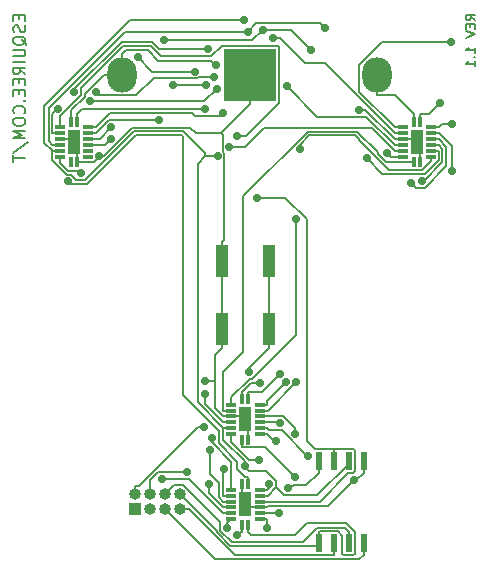
<source format=gbr>
G04 #@! TF.GenerationSoftware,KiCad,Pcbnew,(5.0.0)*
G04 #@! TF.CreationDate,2019-06-08T12:39:54-04:00*
G04 #@! TF.ProjectId,Tiny-er T,54696E792D657220542E6B696361645F,rev?*
G04 #@! TF.SameCoordinates,Original*
G04 #@! TF.FileFunction,Copper,L2,Bot,Signal*
G04 #@! TF.FilePolarity,Positive*
%FSLAX46Y46*%
G04 Gerber Fmt 4.6, Leading zero omitted, Abs format (unit mm)*
G04 Created by KiCad (PCBNEW (5.0.0)) date 06/08/19 12:39:54*
%MOMM*%
%LPD*%
G01*
G04 APERTURE LIST*
G04 #@! TA.AperFunction,NonConductor*
%ADD10C,0.200000*%
G04 #@! TD*
G04 #@! TA.AperFunction,SMDPad,CuDef*
%ADD11R,0.600000X1.550000*%
G04 #@! TD*
G04 #@! TA.AperFunction,SMDPad,CuDef*
%ADD12R,1.000000X2.750000*%
G04 #@! TD*
G04 #@! TA.AperFunction,ComponentPad*
%ADD13O,2.500000X3.000000*%
G04 #@! TD*
G04 #@! TA.AperFunction,SMDPad,CuDef*
%ADD14R,4.500000X4.500000*%
G04 #@! TD*
G04 #@! TA.AperFunction,ComponentPad*
%ADD15R,1.000000X1.000000*%
G04 #@! TD*
G04 #@! TA.AperFunction,ComponentPad*
%ADD16O,1.000000X1.000000*%
G04 #@! TD*
G04 #@! TA.AperFunction,SMDPad,CuDef*
%ADD17R,1.000000X2.000000*%
G04 #@! TD*
G04 #@! TA.AperFunction,SMDPad,CuDef*
%ADD18R,0.300000X0.850000*%
G04 #@! TD*
G04 #@! TA.AperFunction,SMDPad,CuDef*
%ADD19R,0.850000X0.300000*%
G04 #@! TD*
G04 #@! TA.AperFunction,ViaPad*
%ADD20C,0.700000*%
G04 #@! TD*
G04 #@! TA.AperFunction,Conductor*
%ADD21C,0.155000*%
G04 #@! TD*
G04 APERTURE END LIST*
D10*
X129461904Y-77185714D02*
X129080952Y-76919047D01*
X129461904Y-76728571D02*
X128661904Y-76728571D01*
X128661904Y-77033333D01*
X128700000Y-77109523D01*
X128738095Y-77147619D01*
X128814285Y-77185714D01*
X128928571Y-77185714D01*
X129004761Y-77147619D01*
X129042857Y-77109523D01*
X129080952Y-77033333D01*
X129080952Y-76728571D01*
X129042857Y-77528571D02*
X129042857Y-77795238D01*
X129461904Y-77909523D02*
X129461904Y-77528571D01*
X128661904Y-77528571D01*
X128661904Y-77909523D01*
X128661904Y-78138095D02*
X129461904Y-78404761D01*
X128661904Y-78671428D01*
X129461904Y-79966666D02*
X129461904Y-79509523D01*
X129461904Y-79738095D02*
X128661904Y-79738095D01*
X128776190Y-79661904D01*
X128852380Y-79585714D01*
X128890476Y-79509523D01*
X129385714Y-80309523D02*
X129423809Y-80347619D01*
X129461904Y-80309523D01*
X129423809Y-80271428D01*
X129385714Y-80309523D01*
X129461904Y-80309523D01*
X129461904Y-81109523D02*
X129461904Y-80652380D01*
X129461904Y-80880952D02*
X128661904Y-80880952D01*
X128776190Y-80804761D01*
X128852380Y-80728571D01*
X128890476Y-80652380D01*
X90828571Y-76780952D02*
X90828571Y-77114285D01*
X91352380Y-77257142D02*
X91352380Y-76780952D01*
X90352380Y-76780952D01*
X90352380Y-77257142D01*
X91304761Y-77638095D02*
X91352380Y-77780952D01*
X91352380Y-78019047D01*
X91304761Y-78114285D01*
X91257142Y-78161904D01*
X91161904Y-78209523D01*
X91066666Y-78209523D01*
X90971428Y-78161904D01*
X90923809Y-78114285D01*
X90876190Y-78019047D01*
X90828571Y-77828571D01*
X90780952Y-77733333D01*
X90733333Y-77685714D01*
X90638095Y-77638095D01*
X90542857Y-77638095D01*
X90447619Y-77685714D01*
X90400000Y-77733333D01*
X90352380Y-77828571D01*
X90352380Y-78066666D01*
X90400000Y-78209523D01*
X91447619Y-79304761D02*
X91400000Y-79209523D01*
X91304761Y-79114285D01*
X91161904Y-78971428D01*
X91114285Y-78876190D01*
X91114285Y-78780952D01*
X91352380Y-78828571D02*
X91304761Y-78733333D01*
X91209523Y-78638095D01*
X91019047Y-78590476D01*
X90685714Y-78590476D01*
X90495238Y-78638095D01*
X90400000Y-78733333D01*
X90352380Y-78828571D01*
X90352380Y-79019047D01*
X90400000Y-79114285D01*
X90495238Y-79209523D01*
X90685714Y-79257142D01*
X91019047Y-79257142D01*
X91209523Y-79209523D01*
X91304761Y-79114285D01*
X91352380Y-79019047D01*
X91352380Y-78828571D01*
X90352380Y-79685714D02*
X91161904Y-79685714D01*
X91257142Y-79733333D01*
X91304761Y-79780952D01*
X91352380Y-79876190D01*
X91352380Y-80066666D01*
X91304761Y-80161904D01*
X91257142Y-80209523D01*
X91161904Y-80257142D01*
X90352380Y-80257142D01*
X91352380Y-80733333D02*
X90352380Y-80733333D01*
X91352380Y-81780952D02*
X90876190Y-81447619D01*
X91352380Y-81209523D02*
X90352380Y-81209523D01*
X90352380Y-81590476D01*
X90400000Y-81685714D01*
X90447619Y-81733333D01*
X90542857Y-81780952D01*
X90685714Y-81780952D01*
X90780952Y-81733333D01*
X90828571Y-81685714D01*
X90876190Y-81590476D01*
X90876190Y-81209523D01*
X90828571Y-82209523D02*
X90828571Y-82542857D01*
X91352380Y-82685714D02*
X91352380Y-82209523D01*
X90352380Y-82209523D01*
X90352380Y-82685714D01*
X90828571Y-83114285D02*
X90828571Y-83447619D01*
X91352380Y-83590476D02*
X91352380Y-83114285D01*
X90352380Y-83114285D01*
X90352380Y-83590476D01*
X91257142Y-84019047D02*
X91304761Y-84066666D01*
X91352380Y-84019047D01*
X91304761Y-83971428D01*
X91257142Y-84019047D01*
X91352380Y-84019047D01*
X91257142Y-85066666D02*
X91304761Y-85019047D01*
X91352380Y-84876190D01*
X91352380Y-84780952D01*
X91304761Y-84638095D01*
X91209523Y-84542857D01*
X91114285Y-84495238D01*
X90923809Y-84447619D01*
X90780952Y-84447619D01*
X90590476Y-84495238D01*
X90495238Y-84542857D01*
X90400000Y-84638095D01*
X90352380Y-84780952D01*
X90352380Y-84876190D01*
X90400000Y-85019047D01*
X90447619Y-85066666D01*
X90352380Y-85685714D02*
X90352380Y-85876190D01*
X90400000Y-85971428D01*
X90495238Y-86066666D01*
X90685714Y-86114285D01*
X91019047Y-86114285D01*
X91209523Y-86066666D01*
X91304761Y-85971428D01*
X91352380Y-85876190D01*
X91352380Y-85685714D01*
X91304761Y-85590476D01*
X91209523Y-85495238D01*
X91019047Y-85447619D01*
X90685714Y-85447619D01*
X90495238Y-85495238D01*
X90400000Y-85590476D01*
X90352380Y-85685714D01*
X91352380Y-86542857D02*
X90352380Y-86542857D01*
X91066666Y-86876190D01*
X90352380Y-87209523D01*
X91352380Y-87209523D01*
X90304761Y-88400000D02*
X91590476Y-87542857D01*
X90352380Y-88590476D02*
X90352380Y-89161904D01*
X91352380Y-88876190D02*
X90352380Y-88876190D01*
D11*
G04 #@! TO.P,U1,8*
G04 #@! TO.N,VCC*
X116195000Y-121500000D03*
G04 #@! TO.P,U1,7*
G04 #@! TO.N,PB2*
X117460000Y-121500000D03*
G04 #@! TO.P,U1,6*
G04 #@! TO.N,DATA*
X118730000Y-121500000D03*
G04 #@! TO.P,U1,5*
G04 #@! TO.N,SW1*
X120000000Y-121500000D03*
G04 #@! TO.P,U1,4*
G04 #@! TO.N,GND*
X120000000Y-114500000D03*
G04 #@! TO.P,U1,3*
G04 #@! TO.N,CLK*
X118730000Y-114500000D03*
G04 #@! TO.P,U1,2*
G04 #@! TO.N,REG*
X117460000Y-114500000D03*
G04 #@! TO.P,U1,1*
G04 #@! TO.N,RST*
X116190000Y-114500000D03*
G04 #@! TD*
D12*
G04 #@! TO.P,SW1,1*
G04 #@! TO.N,SW1*
X112000000Y-97620000D03*
X112000000Y-103380000D03*
G04 #@! TO.P,SW1,2*
G04 #@! TO.N,GND*
X108000000Y-103380000D03*
X108000000Y-97620000D03*
G04 #@! TD*
D13*
G04 #@! TO.P,J1,2*
G04 #@! TO.N,VCC*
X99567000Y-81826100D03*
X121167000Y-81826100D03*
D14*
G04 #@! TO.P,J1,1*
G04 #@! TO.N,GND*
X110367000Y-81826100D03*
G04 #@! TD*
D15*
G04 #@! TO.P,J2,1*
G04 #@! TO.N,RST*
X100660000Y-118600000D03*
D16*
G04 #@! TO.P,J2,2*
G04 #@! TO.N,REG*
X100660000Y-117330000D03*
G04 #@! TO.P,J2,3*
G04 #@! TO.N,CLK*
X101930000Y-118600000D03*
G04 #@! TO.P,J2,4*
G04 #@! TO.N,GND*
X101930000Y-117330000D03*
G04 #@! TO.P,J2,5*
G04 #@! TO.N,SW1*
X103200000Y-118600000D03*
G04 #@! TO.P,J2,6*
G04 #@! TO.N,DATA*
X103200000Y-117330000D03*
G04 #@! TO.P,J2,7*
G04 #@! TO.N,PB2*
X104470000Y-118600000D03*
G04 #@! TO.P,J2,8*
G04 #@! TO.N,VCC*
X104470000Y-117330000D03*
G04 #@! TD*
D17*
G04 #@! TO.P,U3,8*
G04 #@! TO.N,GND*
X124500000Y-87500000D03*
D18*
G04 #@! TO.P,U3,1*
G04 #@! TO.N,Net-(D10-Pad2)*
X124750000Y-85800000D03*
G04 #@! TO.P,U3,16*
G04 #@! TO.N,VCC*
X124250000Y-85800000D03*
D19*
G04 #@! TO.P,U3,15*
G04 #@! TO.N,Net-(D9-Pad2)*
X123300000Y-86250000D03*
G04 #@! TO.P,U3,14*
G04 #@! TO.N,Net-(U2-Pad9)*
X123300000Y-86750000D03*
G04 #@! TO.P,U3,13*
G04 #@! TO.N,GND*
X123300000Y-87250000D03*
G04 #@! TO.P,U3,12*
G04 #@! TO.N,REG*
X123300000Y-87750000D03*
G04 #@! TO.P,U3,11*
G04 #@! TO.N,CLK*
X123300000Y-88250000D03*
G04 #@! TO.P,U3,10*
G04 #@! TO.N,VCC*
X123300000Y-88750000D03*
D18*
G04 #@! TO.P,U3,9*
G04 #@! TO.N,Net-(U3-Pad9)*
X124250000Y-89200000D03*
G04 #@! TO.P,U3,8*
G04 #@! TO.N,GND*
X124750000Y-89200000D03*
D19*
G04 #@! TO.P,U3,7*
G04 #@! TO.N,Net-(D16-Pad2)*
X125700000Y-88750000D03*
G04 #@! TO.P,U3,6*
G04 #@! TO.N,Net-(D15-Pad2)*
X125700000Y-88250000D03*
G04 #@! TO.P,U3,5*
G04 #@! TO.N,Net-(D14-Pad2)*
X125700000Y-87750000D03*
G04 #@! TO.P,U3,4*
G04 #@! TO.N,Net-(D13-Pad2)*
X125700000Y-87250000D03*
G04 #@! TO.P,U3,3*
G04 #@! TO.N,Net-(D12-Pad2)*
X125700000Y-86750000D03*
G04 #@! TO.P,U3,2*
G04 #@! TO.N,Net-(D11-Pad2)*
X125700000Y-86250000D03*
G04 #@! TD*
D17*
G04 #@! TO.P,U4,8*
G04 #@! TO.N,GND*
X110000000Y-111000000D03*
D18*
G04 #@! TO.P,U4,1*
G04 #@! TO.N,Net-(D18-Pad2)*
X110250000Y-109300000D03*
G04 #@! TO.P,U4,16*
G04 #@! TO.N,VCC*
X109750000Y-109300000D03*
D19*
G04 #@! TO.P,U4,15*
G04 #@! TO.N,Net-(D17-Pad2)*
X108800000Y-109750000D03*
G04 #@! TO.P,U4,14*
G04 #@! TO.N,Net-(U3-Pad9)*
X108800000Y-110250000D03*
G04 #@! TO.P,U4,13*
G04 #@! TO.N,GND*
X108800000Y-110750000D03*
G04 #@! TO.P,U4,12*
G04 #@! TO.N,REG*
X108800000Y-111250000D03*
G04 #@! TO.P,U4,11*
G04 #@! TO.N,CLK*
X108800000Y-111750000D03*
G04 #@! TO.P,U4,10*
G04 #@! TO.N,VCC*
X108800000Y-112250000D03*
D18*
G04 #@! TO.P,U4,9*
G04 #@! TO.N,Net-(U4-Pad9)*
X109750000Y-112700000D03*
G04 #@! TO.P,U4,8*
G04 #@! TO.N,GND*
X110250000Y-112700000D03*
D19*
G04 #@! TO.P,U4,7*
G04 #@! TO.N,Net-(D24-Pad2)*
X111200000Y-112250000D03*
G04 #@! TO.P,U4,6*
G04 #@! TO.N,Net-(D23-Pad2)*
X111200000Y-111750000D03*
G04 #@! TO.P,U4,5*
G04 #@! TO.N,Net-(D22-Pad2)*
X111200000Y-111250000D03*
G04 #@! TO.P,U4,4*
G04 #@! TO.N,Net-(D21-Pad2)*
X111200000Y-110750000D03*
G04 #@! TO.P,U4,3*
G04 #@! TO.N,Net-(D20-Pad2)*
X111200000Y-110250000D03*
G04 #@! TO.P,U4,2*
G04 #@! TO.N,Net-(D19-Pad2)*
X111200000Y-109750000D03*
G04 #@! TD*
D17*
G04 #@! TO.P,U5,8*
G04 #@! TO.N,GND*
X110000000Y-118200000D03*
D18*
G04 #@! TO.P,U5,1*
G04 #@! TO.N,Net-(D26-Pad2)*
X109750000Y-119900000D03*
G04 #@! TO.P,U5,16*
G04 #@! TO.N,VCC*
X110250000Y-119900000D03*
D19*
G04 #@! TO.P,U5,15*
G04 #@! TO.N,Net-(D25-Pad2)*
X111200000Y-119450000D03*
G04 #@! TO.P,U5,14*
G04 #@! TO.N,Net-(U4-Pad9)*
X111200000Y-118950000D03*
G04 #@! TO.P,U5,13*
G04 #@! TO.N,GND*
X111200000Y-118450000D03*
G04 #@! TO.P,U5,12*
G04 #@! TO.N,REG*
X111200000Y-117950000D03*
G04 #@! TO.P,U5,11*
G04 #@! TO.N,CLK*
X111200000Y-117450000D03*
G04 #@! TO.P,U5,10*
G04 #@! TO.N,VCC*
X111200000Y-116950000D03*
D18*
G04 #@! TO.P,U5,9*
G04 #@! TO.N,Net-(U5-Pad9)*
X110250000Y-116500000D03*
G04 #@! TO.P,U5,8*
G04 #@! TO.N,GND*
X109750000Y-116500000D03*
D19*
G04 #@! TO.P,U5,7*
G04 #@! TO.N,Net-(D32-Pad2)*
X108800000Y-116950000D03*
G04 #@! TO.P,U5,6*
G04 #@! TO.N,Net-(D31-Pad2)*
X108800000Y-117450000D03*
G04 #@! TO.P,U5,5*
G04 #@! TO.N,Net-(D30-Pad2)*
X108800000Y-117950000D03*
G04 #@! TO.P,U5,4*
G04 #@! TO.N,Net-(D29-Pad2)*
X108800000Y-118450000D03*
G04 #@! TO.P,U5,3*
G04 #@! TO.N,Net-(D28-Pad2)*
X108800000Y-118950000D03*
G04 #@! TO.P,U5,2*
G04 #@! TO.N,Net-(D27-Pad2)*
X108800000Y-119450000D03*
G04 #@! TD*
D17*
G04 #@! TO.P,U6,8*
G04 #@! TO.N,GND*
X95500000Y-87500000D03*
D18*
G04 #@! TO.P,U6,1*
G04 #@! TO.N,Net-(D34-Pad2)*
X95750000Y-85800000D03*
G04 #@! TO.P,U6,16*
G04 #@! TO.N,VCC*
X95250000Y-85800000D03*
D19*
G04 #@! TO.P,U6,15*
G04 #@! TO.N,Net-(D33-Pad2)*
X94300000Y-86250000D03*
G04 #@! TO.P,U6,14*
G04 #@! TO.N,Net-(U5-Pad9)*
X94300000Y-86750000D03*
G04 #@! TO.P,U6,13*
G04 #@! TO.N,GND*
X94300000Y-87250000D03*
G04 #@! TO.P,U6,12*
G04 #@! TO.N,REG*
X94300000Y-87750000D03*
G04 #@! TO.P,U6,11*
G04 #@! TO.N,CLK*
X94300000Y-88250000D03*
G04 #@! TO.P,U6,10*
G04 #@! TO.N,VCC*
X94300000Y-88750000D03*
D18*
G04 #@! TO.P,U6,9*
G04 #@! TO.N,N/C*
X95250000Y-89200000D03*
G04 #@! TO.P,U6,8*
G04 #@! TO.N,GND*
X95750000Y-89200000D03*
D19*
G04 #@! TO.P,U6,7*
G04 #@! TO.N,N/C*
X96700000Y-88750000D03*
G04 #@! TO.P,U6,6*
X96700000Y-88250000D03*
G04 #@! TO.P,U6,5*
G04 #@! TO.N,Net-(D38-Pad2)*
X96700000Y-87750000D03*
G04 #@! TO.P,U6,4*
G04 #@! TO.N,Net-(D37-Pad2)*
X96700000Y-87250000D03*
G04 #@! TO.P,U6,3*
G04 #@! TO.N,Net-(D36-Pad2)*
X96700000Y-86750000D03*
G04 #@! TO.P,U6,2*
G04 #@! TO.N,Net-(D35-Pad2)*
X96700000Y-86250000D03*
G04 #@! TD*
D20*
G04 #@! TO.N,Net-(D1-Pad2)*
X95508600Y-83312900D03*
X106843400Y-79650100D03*
G04 #@! TO.N,Net-(D2-Pad2)*
X97334900Y-83315400D03*
X107362300Y-82022000D03*
G04 #@! TO.N,Net-(D3-Pad2)*
X96843500Y-84065200D03*
X107599100Y-83000000D03*
G04 #@! TO.N,Net-(D4-Pad2)*
X103904200Y-82698900D03*
X106696700Y-82698900D03*
G04 #@! TO.N,Net-(D5-Pad2)*
X100911800Y-80329500D03*
X105699700Y-81546000D03*
G04 #@! TO.N,Net-(D9-Pad2)*
X127400000Y-79038300D03*
G04 #@! TO.N,Net-(D10-Pad2)*
X126472500Y-84181400D03*
G04 #@! TO.N,Net-(D11-Pad2)*
X127491600Y-85960400D03*
G04 #@! TO.N,Net-(D12-Pad2)*
X127483500Y-89923600D03*
G04 #@! TO.N,Net-(D13-Pad2)*
X124011200Y-90968000D03*
G04 #@! TO.N,Net-(D14-Pad2)*
X124942600Y-90781900D03*
G04 #@! TO.N,Net-(D15-Pad2)*
X120283800Y-88871700D03*
G04 #@! TO.N,Net-(D16-Pad2)*
X114619700Y-88116000D03*
G04 #@! TO.N,Net-(D17-Pad2)*
X114300000Y-94027700D03*
G04 #@! TO.N,Net-(D18-Pad2)*
X112897300Y-107147400D03*
G04 #@! TO.N,Net-(D19-Pad2)*
X113427200Y-107853100D03*
G04 #@! TO.N,Net-(D20-Pad2)*
X114300000Y-107835500D03*
G04 #@! TO.N,Net-(D21-Pad2)*
X114217100Y-112195400D03*
G04 #@! TO.N,Net-(D22-Pad2)*
X112950700Y-111315900D03*
G04 #@! TO.N,Net-(D23-Pad2)*
X115295000Y-114054800D03*
G04 #@! TO.N,Net-(D24-Pad2)*
X112590000Y-112843200D03*
G04 #@! TO.N,GND*
X106542000Y-107775000D03*
X105081300Y-115459500D03*
X97631000Y-88692000D03*
X119167200Y-116157700D03*
X119648800Y-84772400D03*
G04 #@! TO.N,VCC*
X107493200Y-81031300D03*
X111231200Y-107906200D03*
X111115700Y-114410800D03*
X96112800Y-90140100D03*
X121981300Y-88430100D03*
X103073100Y-78901500D03*
X111456000Y-78029900D03*
X115576900Y-79706500D03*
X112027300Y-116484900D03*
G04 #@! TO.N,CLK*
X109869800Y-77181500D03*
X109959600Y-114978500D03*
X108650400Y-87932200D03*
X107640600Y-88725500D03*
G04 #@! TO.N,Net-(D25-Pad2)*
X111857800Y-120170600D03*
G04 #@! TO.N,Net-(D26-Pad2)*
X109290200Y-120786200D03*
G04 #@! TO.N,Net-(D27-Pad2)*
X108468400Y-120179100D03*
G04 #@! TO.N,Net-(D28-Pad2)*
X102900000Y-116046100D03*
G04 #@! TO.N,Net-(D29-Pad2)*
X106953400Y-116438600D03*
G04 #@! TO.N,Net-(D30-Pad2)*
X106985700Y-113579100D03*
G04 #@! TO.N,Net-(D31-Pad2)*
X108204900Y-115193400D03*
G04 #@! TO.N,Net-(D32-Pad2)*
X107159000Y-112572600D03*
G04 #@! TO.N,Net-(D33-Pad2)*
X109259400Y-86976500D03*
G04 #@! TO.N,Net-(D34-Pad2)*
X106592500Y-84691500D03*
G04 #@! TO.N,Net-(D35-Pad2)*
X108067700Y-85030000D03*
G04 #@! TO.N,Net-(D36-Pad2)*
X102678800Y-85652800D03*
G04 #@! TO.N,Net-(D37-Pad2)*
X98644500Y-86277100D03*
G04 #@! TO.N,Net-(D38-Pad2)*
X98645100Y-87218700D03*
G04 #@! TO.N,SW1*
X110344300Y-106957900D03*
G04 #@! TO.N,RST*
X113600000Y-116840100D03*
G04 #@! TO.N,REG*
X106524000Y-111612800D03*
X110189100Y-78159300D03*
X116730100Y-77849000D03*
X113494100Y-82776200D03*
X106582900Y-108813400D03*
X110967100Y-92225200D03*
G04 #@! TO.N,Net-(U2-Pad9)*
X112357800Y-78715700D03*
G04 #@! TO.N,Net-(U4-Pad9)*
X114182900Y-115879300D03*
X112801600Y-118950000D03*
G04 #@! TO.N,Net-(U5-Pad9)*
X94983600Y-90847800D03*
X94129800Y-84691700D03*
G04 #@! TD*
D21*
G04 #@! TO.N,Net-(D1-Pad2)*
X106843400Y-79650100D02*
X102718600Y-79650100D01*
X102718600Y-79650100D02*
X102084500Y-79016000D01*
X102084500Y-79016000D02*
X99516400Y-79016000D01*
X99516400Y-79016000D02*
X95508600Y-83023800D01*
X95508600Y-83023800D02*
X95508600Y-83312900D01*
G04 #@! TO.N,Net-(D2-Pad2)*
X97334900Y-83315400D02*
X97589300Y-83569800D01*
X97589300Y-83569800D02*
X100728500Y-83569800D01*
X100728500Y-83569800D02*
X102222900Y-82075400D01*
X102222900Y-82075400D02*
X105405000Y-82075400D01*
X105405000Y-82075400D02*
X105458400Y-82128800D01*
X105458400Y-82128800D02*
X105941100Y-82128800D01*
X105941100Y-82128800D02*
X106047900Y-82022000D01*
X106047900Y-82022000D02*
X107362300Y-82022000D01*
G04 #@! TO.N,Net-(D3-Pad2)*
X107599100Y-83000000D02*
X106533900Y-84065200D01*
X106533900Y-84065200D02*
X96843500Y-84065200D01*
G04 #@! TO.N,Net-(D4-Pad2)*
X106696700Y-82698900D02*
X103904200Y-82698900D01*
G04 #@! TO.N,Net-(D5-Pad2)*
X100911800Y-80329500D02*
X102128300Y-81546000D01*
X102128300Y-81546000D02*
X105699700Y-81546000D01*
G04 #@! TO.N,Net-(D9-Pad2)*
X123300000Y-86250000D02*
X122642200Y-86250000D01*
X122642200Y-86250000D02*
X119643500Y-83251300D01*
X119643500Y-83251300D02*
X119643500Y-80955300D01*
X119643500Y-80955300D02*
X121560500Y-79038300D01*
X121560500Y-79038300D02*
X127400000Y-79038300D01*
G04 #@! TO.N,Net-(D10-Pad2)*
X124750000Y-85800000D02*
X124750000Y-85142200D01*
X124750000Y-85142200D02*
X125511700Y-85142200D01*
X125511700Y-85142200D02*
X126472500Y-84181400D01*
G04 #@! TO.N,Net-(D11-Pad2)*
X125700000Y-86250000D02*
X126357800Y-86250000D01*
X126357800Y-86250000D02*
X126647400Y-85960400D01*
X126647400Y-85960400D02*
X127491600Y-85960400D01*
G04 #@! TO.N,Net-(D12-Pad2)*
X125700000Y-86750000D02*
X126357800Y-86750000D01*
X126357800Y-86750000D02*
X127483500Y-87875700D01*
X127483500Y-87875700D02*
X127483500Y-89923600D01*
G04 #@! TO.N,Net-(D13-Pad2)*
X125700000Y-87250000D02*
X126357800Y-87250000D01*
X126357800Y-87250000D02*
X126999500Y-87891700D01*
X126999500Y-87891700D02*
X126999500Y-89565100D01*
X126999500Y-89565100D02*
X125199800Y-91364800D01*
X125199800Y-91364800D02*
X124408000Y-91364800D01*
X124408000Y-91364800D02*
X124011200Y-90968000D01*
G04 #@! TO.N,Net-(D14-Pad2)*
X126357800Y-87750000D02*
X126675400Y-88067600D01*
X126675400Y-88067600D02*
X126675400Y-89216300D01*
X126675400Y-89216300D02*
X125109800Y-90781900D01*
X125109800Y-90781900D02*
X124942600Y-90781900D01*
X125700000Y-87750000D02*
X126357800Y-87750000D01*
G04 #@! TO.N,Net-(D15-Pad2)*
X125700000Y-88250000D02*
X126357800Y-88250000D01*
X126357800Y-88250000D02*
X126357800Y-89020200D01*
X126357800Y-89020200D02*
X125195100Y-90182900D01*
X125195100Y-90182900D02*
X121595000Y-90182900D01*
X121595000Y-90182900D02*
X120283800Y-88871700D01*
G04 #@! TO.N,Net-(D16-Pad2)*
X125700000Y-88750000D02*
X125700000Y-89154500D01*
X125700000Y-89154500D02*
X124982000Y-89872500D01*
X124982000Y-89872500D02*
X122122700Y-89872500D01*
X122122700Y-89872500D02*
X119602300Y-87352100D01*
X119602300Y-87352100D02*
X119602300Y-87242200D01*
X119602300Y-87242200D02*
X119317200Y-86957100D01*
X119317200Y-86957100D02*
X115387500Y-86957100D01*
X115387500Y-86957100D02*
X114619700Y-87724900D01*
X114619700Y-87724900D02*
X114619700Y-88116000D01*
G04 #@! TO.N,Net-(D17-Pad2)*
X108800000Y-109750000D02*
X108800000Y-109117000D01*
X108800000Y-109117000D02*
X110376300Y-107540700D01*
X110376300Y-107540700D02*
X110585700Y-107540700D01*
X110585700Y-107540700D02*
X114300000Y-103826400D01*
X114300000Y-103826400D02*
X114300000Y-94027700D01*
G04 #@! TO.N,Net-(D18-Pad2)*
X110250000Y-108642200D02*
X111402500Y-108642200D01*
X111402500Y-108642200D02*
X112897300Y-107147400D01*
X110250000Y-109300000D02*
X110250000Y-108642200D01*
G04 #@! TO.N,Net-(D19-Pad2)*
X111200000Y-109750000D02*
X111857800Y-109750000D01*
X111857800Y-109750000D02*
X111857800Y-109422500D01*
X111857800Y-109422500D02*
X113427200Y-107853100D01*
G04 #@! TO.N,Net-(D20-Pad2)*
X111200000Y-110250000D02*
X111885500Y-110250000D01*
X111885500Y-110250000D02*
X114300000Y-107835500D01*
G04 #@! TO.N,Net-(D21-Pad2)*
X111200000Y-110750000D02*
X111857800Y-110750000D01*
X111857800Y-110750000D02*
X111874800Y-110733000D01*
X111874800Y-110733000D02*
X113223000Y-110733000D01*
X113223000Y-110733000D02*
X114217100Y-111727100D01*
X114217100Y-111727100D02*
X114217100Y-112195400D01*
G04 #@! TO.N,Net-(D22-Pad2)*
X111200000Y-111250000D02*
X112884800Y-111250000D01*
X112884800Y-111250000D02*
X112950700Y-111315900D01*
G04 #@! TO.N,Net-(D23-Pad2)*
X111857800Y-111750000D02*
X112006500Y-111898700D01*
X112006500Y-111898700D02*
X113096300Y-111898700D01*
X113096300Y-111898700D02*
X115252400Y-114054800D01*
X115252400Y-114054800D02*
X115295000Y-114054800D01*
X111200000Y-111750000D02*
X111857800Y-111750000D01*
G04 #@! TO.N,Net-(D24-Pad2)*
X111200000Y-112250000D02*
X111857800Y-112250000D01*
X111857800Y-112250000D02*
X112451000Y-112843200D01*
X112451000Y-112843200D02*
X112590000Y-112843200D01*
G04 #@! TO.N,GND*
X107409800Y-107775000D02*
X107409800Y-105578000D01*
X107409800Y-105578000D02*
X108000000Y-104987800D01*
X108142200Y-110750000D02*
X107409800Y-110017600D01*
X107409800Y-110017600D02*
X107409800Y-107775000D01*
X107409800Y-107775000D02*
X106542000Y-107775000D01*
X95750000Y-89200000D02*
X95750000Y-87750000D01*
X95750000Y-87750000D02*
X95500000Y-87500000D01*
X97631000Y-88692000D02*
X97631000Y-88729800D01*
X97631000Y-88729800D02*
X97160800Y-89200000D01*
X97160800Y-89200000D02*
X95750000Y-89200000D01*
X107906600Y-86769300D02*
X107906500Y-86769300D01*
X107906500Y-86769300D02*
X105777700Y-86769300D01*
X105777700Y-86769300D02*
X105310500Y-86302100D01*
X105310500Y-86302100D02*
X100386000Y-86302100D01*
X100386000Y-86302100D02*
X97996100Y-88692000D01*
X97996100Y-88692000D02*
X97631000Y-88692000D01*
X101930000Y-117330000D02*
X101930000Y-116161800D01*
X101930000Y-116161800D02*
X102632300Y-115459500D01*
X102632300Y-115459500D02*
X105081300Y-115459500D01*
X119167200Y-116157700D02*
X116957700Y-118367200D01*
X116957700Y-118367200D02*
X111940600Y-118367200D01*
X111940600Y-118367200D02*
X111857800Y-118450000D01*
X108000000Y-96012200D02*
X108223400Y-95788800D01*
X108223400Y-95788800D02*
X108223400Y-88484100D01*
X108223400Y-88484100D02*
X108059800Y-88320500D01*
X108059800Y-88320500D02*
X108059800Y-86922600D01*
X108059800Y-86922600D02*
X107906600Y-86769300D01*
X108800000Y-110750000D02*
X108142200Y-110750000D01*
X107906600Y-86769300D02*
X110367000Y-84308900D01*
X120000000Y-115507800D02*
X119350100Y-116157700D01*
X119350100Y-116157700D02*
X119167200Y-116157700D01*
X110000000Y-111000000D02*
X110250000Y-111250000D01*
X110250000Y-111250000D02*
X110250000Y-112700000D01*
X122642200Y-87250000D02*
X120164600Y-84772400D01*
X120164600Y-84772400D02*
X119648800Y-84772400D01*
X108000000Y-97620000D02*
X108000000Y-96012200D01*
X123300000Y-87250000D02*
X122642200Y-87250000D01*
X124500000Y-87500000D02*
X124250000Y-87250000D01*
X124250000Y-87250000D02*
X123300000Y-87250000D01*
X120000000Y-114500000D02*
X120000000Y-115507800D01*
X111200000Y-118450000D02*
X111857800Y-118450000D01*
X110000000Y-118200000D02*
X109750000Y-117950000D01*
X109750000Y-117950000D02*
X109750000Y-116500000D01*
X110000000Y-118200000D02*
X110250000Y-118450000D01*
X110250000Y-118450000D02*
X111200000Y-118450000D01*
X108000000Y-103380000D02*
X108000000Y-104987800D01*
X108000000Y-97620000D02*
X108000000Y-103380000D01*
X124750000Y-89200000D02*
X124750000Y-87750000D01*
X124750000Y-87750000D02*
X124500000Y-87500000D01*
X108800000Y-110750000D02*
X109750000Y-110750000D01*
X109750000Y-110750000D02*
X110000000Y-111000000D01*
X110367000Y-81826100D02*
X110367000Y-84308900D01*
X94300000Y-87250000D02*
X95250000Y-87250000D01*
X95250000Y-87250000D02*
X95500000Y-87500000D01*
G04 #@! TO.N,VCC*
X99567000Y-81826100D02*
X99567000Y-80093300D01*
X99567000Y-80093300D02*
X99917500Y-79742800D01*
X99917500Y-79742800D02*
X101714300Y-79742800D01*
X101714300Y-79742800D02*
X102635400Y-80663900D01*
X102635400Y-80663900D02*
X107125800Y-80663900D01*
X107125800Y-80663900D02*
X107493200Y-81031300D01*
X95250000Y-85800000D02*
X95250000Y-84834400D01*
X95250000Y-84834400D02*
X96401700Y-83682700D01*
X96401700Y-83682700D02*
X96401700Y-83418300D01*
X96401700Y-83418300D02*
X97993900Y-81826100D01*
X97993900Y-81826100D02*
X99567000Y-81826100D01*
X110250000Y-120557800D02*
X110486500Y-120794300D01*
X110486500Y-120794300D02*
X114197600Y-120794300D01*
X114197600Y-120794300D02*
X115184200Y-119807700D01*
X115184200Y-119807700D02*
X118538000Y-119807700D01*
X118538000Y-119807700D02*
X119262800Y-120532500D01*
X119262800Y-120532500D02*
X119262800Y-122371400D01*
X119262800Y-122371400D02*
X119126400Y-122507800D01*
X119126400Y-122507800D02*
X118333600Y-122507800D01*
X118333600Y-122507800D02*
X118197200Y-122371400D01*
X118197200Y-122371400D02*
X118197200Y-120829600D01*
X118197200Y-120829600D02*
X117848600Y-120481000D01*
X117848600Y-120481000D02*
X116283800Y-120481000D01*
X116283800Y-120481000D02*
X116195000Y-120569800D01*
X109750000Y-109300000D02*
X109750000Y-108642200D01*
X111231200Y-107906200D02*
X110486000Y-107906200D01*
X110486000Y-107906200D02*
X109750000Y-108642200D01*
X111115700Y-114410800D02*
X110286600Y-114410800D01*
X110286600Y-114410800D02*
X108800000Y-112924200D01*
X108800000Y-112924200D02*
X108800000Y-112250000D01*
X103073100Y-78901500D02*
X110584400Y-78901500D01*
X110584400Y-78901500D02*
X111456000Y-78029900D01*
X104470000Y-117330000D02*
X107575300Y-120435300D01*
X107575300Y-120435300D02*
X107575300Y-120548900D01*
X107575300Y-120548900D02*
X108705700Y-121679300D01*
X108705700Y-121679300D02*
X116015700Y-121679300D01*
X116015700Y-121679300D02*
X116195000Y-121500000D01*
X96112800Y-90140100D02*
X95927400Y-89954700D01*
X95927400Y-89954700D02*
X95006700Y-89954700D01*
X95006700Y-89954700D02*
X94300000Y-89248000D01*
X94300000Y-89248000D02*
X94300000Y-88750000D01*
X116195000Y-121500000D02*
X116195000Y-121405400D01*
X123300000Y-88750000D02*
X122301200Y-88750000D01*
X122301200Y-88750000D02*
X121981300Y-88430100D01*
X111456000Y-78029900D02*
X113900300Y-78029900D01*
X113900300Y-78029900D02*
X115576900Y-79706500D01*
X116195000Y-121405400D02*
X116195000Y-120569800D01*
X111857800Y-116950000D02*
X112027300Y-116780500D01*
X112027300Y-116780500D02*
X112027300Y-116484900D01*
X111200000Y-116950000D02*
X111857800Y-116950000D01*
X121167000Y-81826100D02*
X121167000Y-83558900D01*
X124250000Y-85800000D02*
X124250000Y-85142200D01*
X124250000Y-85142200D02*
X122666700Y-83558900D01*
X122666700Y-83558900D02*
X121167000Y-83558900D01*
X110250000Y-119900000D02*
X110250000Y-120557800D01*
G04 #@! TO.N,CLK*
X112614400Y-116743600D02*
X111908000Y-117450000D01*
X111908000Y-117450000D02*
X111200000Y-117450000D01*
X109959600Y-114978500D02*
X110319100Y-115338000D01*
X110319100Y-115338000D02*
X111707100Y-115338000D01*
X111707100Y-115338000D02*
X112614400Y-116245300D01*
X112614400Y-116245300D02*
X112614400Y-116743600D01*
X112614400Y-116743600D02*
X113299800Y-117429000D01*
X113299800Y-117429000D02*
X116046800Y-117429000D01*
X116046800Y-117429000D02*
X118730000Y-114745800D01*
X118730000Y-114745800D02*
X118730000Y-114500000D01*
X108142200Y-111750000D02*
X108142200Y-112705300D01*
X108142200Y-112705300D02*
X109959600Y-114522700D01*
X109959600Y-114522700D02*
X109959600Y-114978500D01*
X93700900Y-88308600D02*
X93759500Y-88250000D01*
X93759500Y-88250000D02*
X93782600Y-88250000D01*
X106600100Y-88725500D02*
X106600100Y-88469500D01*
X106600100Y-88469500D02*
X104743000Y-86612400D01*
X104743000Y-86612400D02*
X100552400Y-86612400D01*
X100552400Y-86612400D02*
X96441900Y-90722900D01*
X96441900Y-90722900D02*
X95682900Y-90722900D01*
X95682900Y-90722900D02*
X95225000Y-90265000D01*
X95225000Y-90265000D02*
X94867400Y-90265000D01*
X94867400Y-90265000D02*
X93642200Y-89039800D01*
X93642200Y-89039800D02*
X93642200Y-88367300D01*
X93642200Y-88367300D02*
X93700900Y-88308600D01*
X93700900Y-88308600D02*
X92954800Y-87562600D01*
X92954800Y-87562600D02*
X92954800Y-84495800D01*
X92954800Y-84495800D02*
X100269100Y-77181500D01*
X100269100Y-77181500D02*
X109869800Y-77181500D01*
X108219800Y-111750000D02*
X108142200Y-111750000D01*
X108800000Y-111750000D02*
X108219800Y-111750000D01*
X106600100Y-88725500D02*
X105949400Y-89376200D01*
X105949400Y-89376200D02*
X105949400Y-109557200D01*
X105949400Y-109557200D02*
X108142200Y-111750000D01*
X106600100Y-88725500D02*
X107640600Y-88725500D01*
X122642200Y-88250000D02*
X120706400Y-86314200D01*
X120706400Y-86314200D02*
X111582400Y-86314200D01*
X111582400Y-86314200D02*
X109964400Y-87932200D01*
X109964400Y-87932200D02*
X108650400Y-87932200D01*
X123300000Y-88250000D02*
X122642200Y-88250000D01*
X94300000Y-88250000D02*
X93782600Y-88250000D01*
G04 #@! TO.N,Net-(D25-Pad2)*
X111857800Y-119450000D02*
X111857800Y-120170600D01*
X111200000Y-119450000D02*
X111857800Y-119450000D01*
G04 #@! TO.N,Net-(D26-Pad2)*
X109750000Y-120557800D02*
X109518600Y-120557800D01*
X109518600Y-120557800D02*
X109290200Y-120786200D01*
X109750000Y-119900000D02*
X109750000Y-120557800D01*
G04 #@! TO.N,Net-(D27-Pad2)*
X108800000Y-119450000D02*
X108468400Y-119781600D01*
X108468400Y-119781600D02*
X108468400Y-120179100D01*
G04 #@! TO.N,Net-(D28-Pad2)*
X102900000Y-116046100D02*
X105238300Y-116046100D01*
X105238300Y-116046100D02*
X108142200Y-118950000D01*
X108800000Y-118950000D02*
X108142200Y-118950000D01*
G04 #@! TO.N,Net-(D29-Pad2)*
X108142200Y-118450000D02*
X106953400Y-117261200D01*
X106953400Y-117261200D02*
X106953400Y-116438600D01*
X108800000Y-118450000D02*
X108142200Y-118450000D01*
G04 #@! TO.N,Net-(D30-Pad2)*
X108142200Y-117950000D02*
X107793900Y-117601700D01*
X107793900Y-117601700D02*
X107793900Y-116404200D01*
X107793900Y-116404200D02*
X106985700Y-115596000D01*
X106985700Y-115596000D02*
X106985700Y-113579100D01*
X108800000Y-117950000D02*
X108142200Y-117950000D01*
G04 #@! TO.N,Net-(D31-Pad2)*
X108142200Y-117450000D02*
X108142200Y-115256100D01*
X108142200Y-115256100D02*
X108204900Y-115193400D01*
X108800000Y-117450000D02*
X108142200Y-117450000D01*
G04 #@! TO.N,Net-(D32-Pad2)*
X108800000Y-116950000D02*
X108800000Y-114569200D01*
X108800000Y-114569200D02*
X107159000Y-112928200D01*
X107159000Y-112928200D02*
X107159000Y-112572600D01*
G04 #@! TO.N,Net-(D33-Pad2)*
X109259400Y-86976500D02*
X110067000Y-86976500D01*
X110067000Y-86976500D02*
X112849900Y-84193600D01*
X112849900Y-84193600D02*
X112849900Y-79450900D01*
X112849900Y-79450900D02*
X112742200Y-79343200D01*
X112742200Y-79343200D02*
X108019500Y-79343200D01*
X108019500Y-79343200D02*
X107126300Y-80236400D01*
X107126300Y-80236400D02*
X102866100Y-80236400D01*
X102866100Y-80236400D02*
X102020400Y-79390700D01*
X102020400Y-79390700D02*
X99645800Y-79390700D01*
X99645800Y-79390700D02*
X96091400Y-82945100D01*
X96091400Y-82945100D02*
X96091400Y-83554300D01*
X96091400Y-83554300D02*
X94300000Y-85345700D01*
X94300000Y-85345700D02*
X94300000Y-86250000D01*
G04 #@! TO.N,Net-(D34-Pad2)*
X95750000Y-85142200D02*
X96200700Y-84691500D01*
X96200700Y-84691500D02*
X106592500Y-84691500D01*
X95750000Y-85800000D02*
X95750000Y-85142200D01*
G04 #@! TO.N,Net-(D35-Pad2)*
X96700000Y-86250000D02*
X97357800Y-86250000D01*
X97357800Y-86250000D02*
X98537800Y-85070000D01*
X98537800Y-85070000D02*
X105509100Y-85070000D01*
X105509100Y-85070000D02*
X105724100Y-85285000D01*
X105724100Y-85285000D02*
X107812700Y-85285000D01*
X107812700Y-85285000D02*
X108067700Y-85030000D01*
G04 #@! TO.N,Net-(D36-Pad2)*
X96700000Y-86750000D02*
X97357800Y-86750000D01*
X97357800Y-86750000D02*
X97357800Y-86739600D01*
X97357800Y-86739600D02*
X98444600Y-85652800D01*
X98444600Y-85652800D02*
X102678800Y-85652800D01*
G04 #@! TO.N,Net-(D37-Pad2)*
X98644500Y-86277100D02*
X97671600Y-87250000D01*
X97671600Y-87250000D02*
X96700000Y-87250000D01*
G04 #@! TO.N,Net-(D38-Pad2)*
X97357800Y-87750000D02*
X98113800Y-87750000D01*
X98113800Y-87750000D02*
X98645100Y-87218700D01*
X96700000Y-87750000D02*
X97357800Y-87750000D01*
G04 #@! TO.N,SW1*
X112000000Y-103380000D02*
X112000000Y-104987800D01*
X110344300Y-106957900D02*
X110344300Y-106643500D01*
X110344300Y-106643500D02*
X112000000Y-104987800D01*
X120000000Y-121500000D02*
X120000000Y-122507800D01*
X103200000Y-118600000D02*
X107450400Y-122850400D01*
X107450400Y-122850400D02*
X119657400Y-122850400D01*
X119657400Y-122850400D02*
X120000000Y-122507800D01*
X112000000Y-97620000D02*
X112000000Y-103380000D01*
G04 #@! TO.N,RST*
X116190000Y-115507800D02*
X115141500Y-116556300D01*
X115141500Y-116556300D02*
X115114900Y-116529800D01*
X115114900Y-116529800D02*
X114076400Y-116529800D01*
X114076400Y-116529800D02*
X113894600Y-116711600D01*
X113894600Y-116711600D02*
X113894600Y-116840100D01*
X113894600Y-116840100D02*
X113600000Y-116840100D01*
X116190000Y-114500000D02*
X116190000Y-115507800D01*
G04 #@! TO.N,DATA*
X103200000Y-117330000D02*
X103982600Y-116547400D01*
X103982600Y-116547400D02*
X104738100Y-116547400D01*
X104738100Y-116547400D02*
X107885600Y-119694900D01*
X107885600Y-119694900D02*
X107885600Y-120420400D01*
X107885600Y-120420400D02*
X108834200Y-121369000D01*
X108834200Y-121369000D02*
X114889600Y-121369000D01*
X114889600Y-121369000D02*
X116096500Y-120162100D01*
X116096500Y-120162100D02*
X118399900Y-120162100D01*
X118399900Y-120162100D02*
X118730000Y-120492200D01*
X118730000Y-121500000D02*
X118730000Y-120492200D01*
G04 #@! TO.N,REG*
X100660000Y-117330000D02*
X100660000Y-116597200D01*
X100660000Y-116597200D02*
X101021500Y-116597200D01*
X101021500Y-116597200D02*
X106005900Y-111612800D01*
X106005900Y-111612800D02*
X106524000Y-111612800D01*
X117460000Y-113492200D02*
X115888400Y-113492200D01*
X115888400Y-113492200D02*
X115184900Y-112788700D01*
X115184900Y-112788700D02*
X115184900Y-94066000D01*
X115184900Y-94066000D02*
X113344100Y-92225200D01*
X113344100Y-92225200D02*
X110967100Y-92225200D01*
X110189100Y-78159300D02*
X110901400Y-77447000D01*
X110901400Y-77447000D02*
X116328100Y-77447000D01*
X116328100Y-77447000D02*
X116730100Y-77849000D01*
X93642200Y-87750000D02*
X93331800Y-87439600D01*
X93331800Y-87439600D02*
X93331800Y-84645700D01*
X93331800Y-84645700D02*
X99818200Y-78159300D01*
X99818200Y-78159300D02*
X110189100Y-78159300D01*
X94300000Y-87750000D02*
X93642200Y-87750000D01*
X108800000Y-111250000D02*
X108142200Y-111250000D01*
X108142200Y-111250000D02*
X106582900Y-109690700D01*
X106582900Y-109690700D02*
X106582900Y-108813400D01*
X123300000Y-87750000D02*
X122631000Y-87750000D01*
X122631000Y-87750000D02*
X120236300Y-85355300D01*
X120236300Y-85355300D02*
X116073200Y-85355300D01*
X116073200Y-85355300D02*
X113494100Y-82776200D01*
X117460000Y-113492200D02*
X119149200Y-113492200D01*
X119149200Y-113492200D02*
X119262900Y-113605900D01*
X119262900Y-113605900D02*
X119262900Y-115407100D01*
X119262900Y-115407100D02*
X119095100Y-115574900D01*
X119095100Y-115574900D02*
X118666000Y-115574900D01*
X118666000Y-115574900D02*
X116290900Y-117950000D01*
X116290900Y-117950000D02*
X111857800Y-117950000D01*
X117460000Y-114480100D02*
X117460000Y-114500000D01*
X117460000Y-114480100D02*
X117460000Y-113492200D01*
X111200000Y-117950000D02*
X111857800Y-117950000D01*
G04 #@! TO.N,Net-(U2-Pad9)*
X122642200Y-86750000D02*
X116705300Y-80813100D01*
X116705300Y-80813100D02*
X115042000Y-80813100D01*
X115042000Y-80813100D02*
X112944600Y-78715700D01*
X112944600Y-78715700D02*
X112357800Y-78715700D01*
X123300000Y-86750000D02*
X122642200Y-86750000D01*
G04 #@! TO.N,Net-(U3-Pad9)*
X124250000Y-89200000D02*
X121889100Y-89200000D01*
X121889100Y-89200000D02*
X121187700Y-88498600D01*
X121187700Y-88498600D02*
X121187700Y-88388900D01*
X121187700Y-88388900D02*
X119423300Y-86624500D01*
X119423300Y-86624500D02*
X115281200Y-86624500D01*
X115281200Y-86624500D02*
X109828700Y-92077000D01*
X109828700Y-92077000D02*
X109828700Y-105287000D01*
X109828700Y-105287000D02*
X108142200Y-106973500D01*
X108142200Y-106973500D02*
X108142200Y-110250000D01*
X108800000Y-110250000D02*
X108142200Y-110250000D01*
G04 #@! TO.N,Net-(U4-Pad9)*
X111200000Y-118950000D02*
X112801600Y-118950000D01*
X109750000Y-112700000D02*
X109750000Y-113357800D01*
X109750000Y-113357800D02*
X111661400Y-113357800D01*
X111661400Y-113357800D02*
X114182900Y-115879300D01*
G04 #@! TO.N,Net-(U5-Pad9)*
X110250000Y-115842200D02*
X109936500Y-115842200D01*
X109936500Y-115842200D02*
X109314100Y-115219800D01*
X109314100Y-115219800D02*
X109314100Y-114579000D01*
X109314100Y-114579000D02*
X107741800Y-113006700D01*
X107741800Y-113006700D02*
X107741800Y-111953800D01*
X107741800Y-111953800D02*
X104742900Y-108954900D01*
X104742900Y-108954900D02*
X104742900Y-87077800D01*
X104742900Y-87077800D02*
X104587800Y-86922700D01*
X104587800Y-86922700D02*
X100720600Y-86922700D01*
X100720600Y-86922700D02*
X96571000Y-91072300D01*
X96571000Y-91072300D02*
X95208100Y-91072300D01*
X95208100Y-91072300D02*
X94983600Y-90847800D01*
X93642200Y-86750000D02*
X93642200Y-85179300D01*
X93642200Y-85179300D02*
X94129800Y-84691700D01*
X94300000Y-86750000D02*
X93642200Y-86750000D01*
X110250000Y-116500000D02*
X110250000Y-115842200D01*
G04 #@! TO.N,PB2*
X105202800Y-118600000D02*
X105202800Y-118615200D01*
X105202800Y-118615200D02*
X109095400Y-122507800D01*
X109095400Y-122507800D02*
X117460000Y-122507800D01*
X117460000Y-121500000D02*
X117460000Y-122507800D01*
X104470000Y-118600000D02*
X105202800Y-118600000D01*
G04 #@! TD*
M02*

</source>
